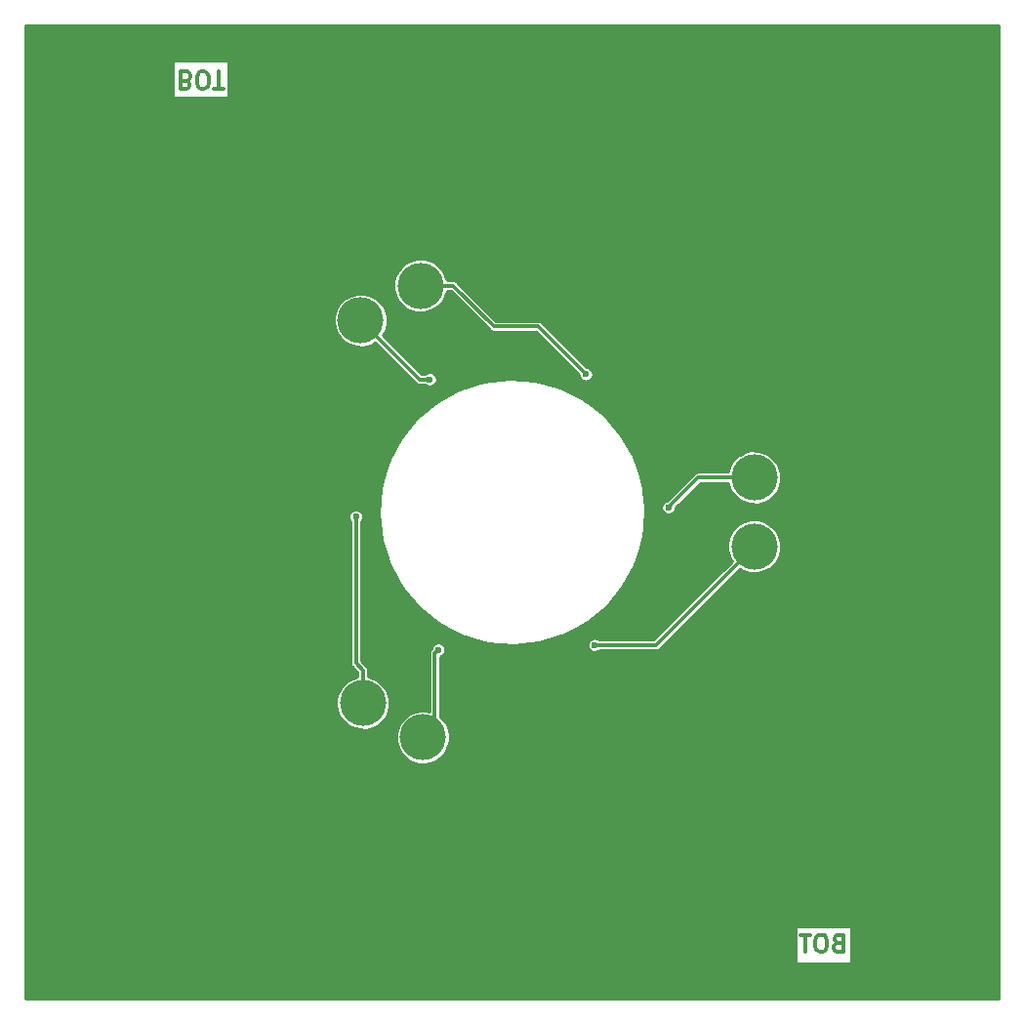
<source format=gbl>
G04 #@! TF.FileFunction,Copper,L2,Bot,Signal*
%FSLAX46Y46*%
G04 Gerber Fmt 4.6, Leading zero omitted, Abs format (unit mm)*
G04 Created by KiCad (PCBNEW 4.0.6+dfsg1-1) date Mon Aug 28 14:10:11 2017*
%MOMM*%
%LPD*%
G01*
G04 APERTURE LIST*
%ADD10C,0.100000*%
%ADD11C,0.300000*%
%ADD12C,4.000000*%
%ADD13C,0.600000*%
%ADD14C,1.600000*%
%ADD15C,0.254000*%
G04 APERTURE END LIST*
D10*
D11*
X71750000Y-62607143D02*
X71964286Y-62535714D01*
X72035714Y-62464286D01*
X72107143Y-62321429D01*
X72107143Y-62107143D01*
X72035714Y-61964286D01*
X71964286Y-61892857D01*
X71821428Y-61821429D01*
X71250000Y-61821429D01*
X71250000Y-63321429D01*
X71750000Y-63321429D01*
X71892857Y-63250000D01*
X71964286Y-63178571D01*
X72035714Y-63035714D01*
X72035714Y-62892857D01*
X71964286Y-62750000D01*
X71892857Y-62678571D01*
X71750000Y-62607143D01*
X71250000Y-62607143D01*
X73035714Y-63321429D02*
X73321428Y-63321429D01*
X73464286Y-63250000D01*
X73607143Y-63107143D01*
X73678571Y-62821429D01*
X73678571Y-62321429D01*
X73607143Y-62035714D01*
X73464286Y-61892857D01*
X73321428Y-61821429D01*
X73035714Y-61821429D01*
X72892857Y-61892857D01*
X72750000Y-62035714D01*
X72678571Y-62321429D01*
X72678571Y-62821429D01*
X72750000Y-63107143D01*
X72892857Y-63250000D01*
X73035714Y-63321429D01*
X74107143Y-63321429D02*
X74964286Y-63321429D01*
X74535715Y-61821429D02*
X74535715Y-63321429D01*
X128250000Y-137392857D02*
X128035714Y-137464286D01*
X127964286Y-137535714D01*
X127892857Y-137678571D01*
X127892857Y-137892857D01*
X127964286Y-138035714D01*
X128035714Y-138107143D01*
X128178572Y-138178571D01*
X128750000Y-138178571D01*
X128750000Y-136678571D01*
X128250000Y-136678571D01*
X128107143Y-136750000D01*
X128035714Y-136821429D01*
X127964286Y-136964286D01*
X127964286Y-137107143D01*
X128035714Y-137250000D01*
X128107143Y-137321429D01*
X128250000Y-137392857D01*
X128750000Y-137392857D01*
X126964286Y-136678571D02*
X126678572Y-136678571D01*
X126535714Y-136750000D01*
X126392857Y-136892857D01*
X126321429Y-137178571D01*
X126321429Y-137678571D01*
X126392857Y-137964286D01*
X126535714Y-138107143D01*
X126678572Y-138178571D01*
X126964286Y-138178571D01*
X127107143Y-138107143D01*
X127250000Y-137964286D01*
X127321429Y-137678571D01*
X127321429Y-137178571D01*
X127250000Y-136892857D01*
X127107143Y-136750000D01*
X126964286Y-136678571D01*
X125892857Y-136678571D02*
X125035714Y-136678571D01*
X125464285Y-138178571D02*
X125464285Y-136678571D01*
D12*
X92258330Y-119562178D03*
X87062178Y-116562178D03*
X86857695Y-83370835D03*
X92053848Y-80370835D03*
X121000000Y-97000000D03*
X121000000Y-103000000D03*
X65000000Y-135000000D03*
X135000000Y-135000000D03*
X65000000Y-65000000D03*
X135000000Y-65000000D03*
D13*
X112250000Y-100000000D03*
X112063895Y-102127190D03*
X111511235Y-104189747D03*
X110608811Y-106125000D03*
X109384044Y-107874148D03*
X107874148Y-109384044D03*
X106125000Y-110608811D03*
X104189747Y-111511235D03*
X102127190Y-112063895D03*
X100000000Y-112250000D03*
X97872810Y-112063895D03*
X95810253Y-111511235D03*
X93875000Y-110608811D03*
X92125852Y-109384044D03*
X90615956Y-107874148D03*
X89391189Y-106125000D03*
X88488765Y-104189747D03*
X87936105Y-102127190D03*
X87750000Y-100000000D03*
X87936105Y-97872810D03*
X88488765Y-95810253D03*
X89391189Y-93875000D03*
X90615956Y-92125852D03*
X92125852Y-90615956D03*
X93875000Y-89391189D03*
X95810253Y-88488765D03*
X97872810Y-87936105D03*
X100000000Y-87750000D03*
X102127190Y-87936105D03*
X104189747Y-88488765D03*
X106125000Y-89391189D03*
X107874148Y-90615956D03*
X109384044Y-92125852D03*
X110608811Y-93875000D03*
X111511235Y-95810253D03*
X112063895Y-97872810D03*
X93600000Y-111950000D03*
X86450000Y-100400000D03*
X92850000Y-88500000D03*
X106400000Y-88050000D03*
X113550000Y-99600000D03*
X107150000Y-111550000D03*
D11*
X111900000Y-100000000D02*
X111900000Y-100650000D01*
X111900000Y-100650000D02*
X112750000Y-101500000D01*
X112750000Y-101500000D02*
X117500000Y-101500000D01*
X117500000Y-101500000D02*
X118750000Y-100250000D01*
X118750000Y-100250000D02*
X123000000Y-100250000D01*
X123000000Y-100250000D02*
X135000000Y-112250000D01*
X135000000Y-112250000D02*
X135000000Y-135000000D01*
D14*
X112250000Y-100000000D02*
X112244818Y-100356288D01*
X112244818Y-100356288D02*
X112229275Y-100712274D01*
X112229275Y-100712274D02*
X112203385Y-101067658D01*
X112203385Y-101067658D02*
X112167170Y-101422138D01*
X112167170Y-101422138D02*
X112120660Y-101775415D01*
X112120660Y-101775415D02*
X112063895Y-102127190D01*
X112063895Y-102127190D02*
X111996923Y-102477165D01*
X111996923Y-102477165D02*
X111919800Y-102825044D01*
X111919800Y-102825044D02*
X111832591Y-103170533D01*
X111832591Y-103170533D02*
X111735372Y-103513340D01*
X111735372Y-103513340D02*
X111628222Y-103853173D01*
X111628222Y-103853173D02*
X111511235Y-104189747D01*
X111511235Y-104189747D02*
X111384507Y-104522775D01*
X111384507Y-104522775D02*
X111248147Y-104851977D01*
X111248147Y-104851977D02*
X111102270Y-105177074D01*
X111102270Y-105177074D02*
X110947000Y-105497790D01*
X110947000Y-105497790D02*
X110782467Y-105813855D01*
X110782467Y-105813855D02*
X110608811Y-106125000D01*
X110608811Y-106125000D02*
X110426179Y-106430963D01*
X110426179Y-106430963D02*
X110234726Y-106731485D01*
X110234726Y-106731485D02*
X110034613Y-107026311D01*
X110034613Y-107026311D02*
X109826009Y-107315193D01*
X109826009Y-107315193D02*
X109609092Y-107597885D01*
X109609092Y-107597885D02*
X109384044Y-107874148D01*
X109384044Y-107874148D02*
X109151057Y-108143749D01*
X109151057Y-108143749D02*
X108910327Y-108406460D01*
X108910327Y-108406460D02*
X108662058Y-108662058D01*
X108662058Y-108662058D02*
X108406460Y-108910327D01*
X108406460Y-108910327D02*
X108143749Y-109151057D01*
X108143749Y-109151057D02*
X107874148Y-109384044D01*
X107874148Y-109384044D02*
X107597885Y-109609092D01*
X107597885Y-109609092D02*
X107315193Y-109826009D01*
X107315193Y-109826009D02*
X107026311Y-110034613D01*
X107026311Y-110034613D02*
X106731485Y-110234726D01*
X106731485Y-110234726D02*
X106430963Y-110426179D01*
X106430963Y-110426179D02*
X106125000Y-110608811D01*
X106125000Y-110608811D02*
X105813855Y-110782467D01*
X105813855Y-110782467D02*
X105497790Y-110947000D01*
X105497790Y-110947000D02*
X105177074Y-111102270D01*
X105177074Y-111102270D02*
X104851977Y-111248147D01*
X104851977Y-111248147D02*
X104522775Y-111384507D01*
X104522775Y-111384507D02*
X104189747Y-111511235D01*
X104189747Y-111511235D02*
X103853173Y-111628222D01*
X103853173Y-111628222D02*
X103513340Y-111735372D01*
X103513340Y-111735372D02*
X103170533Y-111832591D01*
X103170533Y-111832591D02*
X102825044Y-111919800D01*
X102825044Y-111919800D02*
X102477165Y-111996923D01*
X102477165Y-111996923D02*
X102127190Y-112063895D01*
X102127190Y-112063895D02*
X101775415Y-112120660D01*
X101775415Y-112120660D02*
X101422138Y-112167170D01*
X101422138Y-112167170D02*
X101067658Y-112203385D01*
X101067658Y-112203385D02*
X100712274Y-112229275D01*
X100712274Y-112229275D02*
X100356288Y-112244818D01*
X100356288Y-112244818D02*
X100000000Y-112250000D01*
X100000000Y-112250000D02*
X99643712Y-112244818D01*
X99643712Y-112244818D02*
X99287726Y-112229275D01*
X99287726Y-112229275D02*
X98932342Y-112203385D01*
X98932342Y-112203385D02*
X98577862Y-112167170D01*
X98577862Y-112167170D02*
X98224585Y-112120660D01*
X98224585Y-112120660D02*
X97872810Y-112063895D01*
X97872810Y-112063895D02*
X97522835Y-111996923D01*
X97522835Y-111996923D02*
X97174956Y-111919800D01*
X97174956Y-111919800D02*
X96829467Y-111832591D01*
X96829467Y-111832591D02*
X96486660Y-111735372D01*
X96486660Y-111735372D02*
X96146827Y-111628222D01*
X96146827Y-111628222D02*
X95810253Y-111511235D01*
X95810253Y-111511235D02*
X95477225Y-111384507D01*
X95477225Y-111384507D02*
X95148023Y-111248147D01*
X95148023Y-111248147D02*
X94822926Y-111102270D01*
X94822926Y-111102270D02*
X94502210Y-110947000D01*
X94502210Y-110947000D02*
X94186145Y-110782467D01*
X94186145Y-110782467D02*
X93875000Y-110608811D01*
X93875000Y-110608811D02*
X93569037Y-110426179D01*
X93569037Y-110426179D02*
X93268515Y-110234726D01*
X93268515Y-110234726D02*
X92973689Y-110034613D01*
X92973689Y-110034613D02*
X92684807Y-109826009D01*
X92684807Y-109826009D02*
X92402115Y-109609092D01*
X92402115Y-109609092D02*
X92125852Y-109384044D01*
X92125852Y-109384044D02*
X91856251Y-109151057D01*
X91856251Y-109151057D02*
X91593540Y-108910327D01*
X91593540Y-108910327D02*
X91337942Y-108662058D01*
X91337942Y-108662058D02*
X91089673Y-108406460D01*
X91089673Y-108406460D02*
X90848943Y-108143749D01*
X90848943Y-108143749D02*
X90615956Y-107874148D01*
X90615956Y-107874148D02*
X90390908Y-107597885D01*
X90390908Y-107597885D02*
X90173991Y-107315193D01*
X90173991Y-107315193D02*
X89965387Y-107026311D01*
X89965387Y-107026311D02*
X89765274Y-106731485D01*
X89765274Y-106731485D02*
X89573821Y-106430963D01*
X89573821Y-106430963D02*
X89391189Y-106125000D01*
X89391189Y-106125000D02*
X89217533Y-105813855D01*
X89217533Y-105813855D02*
X89053000Y-105497790D01*
X89053000Y-105497790D02*
X88897730Y-105177074D01*
X88897730Y-105177074D02*
X88751853Y-104851977D01*
X88751853Y-104851977D02*
X88615493Y-104522775D01*
X88615493Y-104522775D02*
X88488765Y-104189747D01*
X88488765Y-104189747D02*
X88371778Y-103853173D01*
X88371778Y-103853173D02*
X88264628Y-103513340D01*
X88264628Y-103513340D02*
X88167409Y-103170533D01*
X88167409Y-103170533D02*
X88080200Y-102825044D01*
X88080200Y-102825044D02*
X88003077Y-102477165D01*
X88003077Y-102477165D02*
X87936105Y-102127190D01*
X87936105Y-102127190D02*
X87879340Y-101775415D01*
X87879340Y-101775415D02*
X87832830Y-101422138D01*
X87832830Y-101422138D02*
X87796615Y-101067658D01*
X87796615Y-101067658D02*
X87770725Y-100712274D01*
X87770725Y-100712274D02*
X87755182Y-100356288D01*
X87755182Y-100356288D02*
X87750000Y-100000000D01*
X87750000Y-100000000D02*
X87755182Y-99643712D01*
X87755182Y-99643712D02*
X87770725Y-99287726D01*
X87770725Y-99287726D02*
X87796615Y-98932342D01*
X87796615Y-98932342D02*
X87832830Y-98577862D01*
X87832830Y-98577862D02*
X87879340Y-98224585D01*
X87879340Y-98224585D02*
X87936105Y-97872810D01*
X87936105Y-97872810D02*
X88003077Y-97522835D01*
X88003077Y-97522835D02*
X88080200Y-97174956D01*
X88080200Y-97174956D02*
X88167409Y-96829467D01*
X88167409Y-96829467D02*
X88264628Y-96486660D01*
X88264628Y-96486660D02*
X88371778Y-96146827D01*
X88371778Y-96146827D02*
X88488765Y-95810253D01*
X88488765Y-95810253D02*
X88615493Y-95477225D01*
X88615493Y-95477225D02*
X88751853Y-95148023D01*
X88751853Y-95148023D02*
X88897730Y-94822926D01*
X88897730Y-94822926D02*
X89053000Y-94502210D01*
X89053000Y-94502210D02*
X89217533Y-94186145D01*
X89217533Y-94186145D02*
X89391189Y-93875000D01*
X89391189Y-93875000D02*
X89573821Y-93569037D01*
X89573821Y-93569037D02*
X89765274Y-93268515D01*
X89765274Y-93268515D02*
X89965387Y-92973689D01*
X89965387Y-92973689D02*
X90173991Y-92684807D01*
X90173991Y-92684807D02*
X90390908Y-92402115D01*
X90390908Y-92402115D02*
X90615956Y-92125852D01*
X90615956Y-92125852D02*
X90848943Y-91856251D01*
X90848943Y-91856251D02*
X91089673Y-91593540D01*
X91089673Y-91593540D02*
X91337942Y-91337942D01*
X91337942Y-91337942D02*
X91593540Y-91089673D01*
X91593540Y-91089673D02*
X91856251Y-90848943D01*
X91856251Y-90848943D02*
X92125852Y-90615956D01*
X92125852Y-90615956D02*
X92402115Y-90390908D01*
X92402115Y-90390908D02*
X92684807Y-90173991D01*
X92684807Y-90173991D02*
X92973689Y-89965387D01*
X92973689Y-89965387D02*
X93268515Y-89765274D01*
X93268515Y-89765274D02*
X93569037Y-89573821D01*
X93569037Y-89573821D02*
X93875000Y-89391189D01*
X93875000Y-89391189D02*
X94186145Y-89217533D01*
X94186145Y-89217533D02*
X94502210Y-89053000D01*
X94502210Y-89053000D02*
X94822926Y-88897730D01*
X94822926Y-88897730D02*
X95148023Y-88751853D01*
X95148023Y-88751853D02*
X95477225Y-88615493D01*
X95477225Y-88615493D02*
X95810253Y-88488765D01*
X95810253Y-88488765D02*
X96146827Y-88371778D01*
X96146827Y-88371778D02*
X96486660Y-88264628D01*
X96486660Y-88264628D02*
X96829467Y-88167409D01*
X96829467Y-88167409D02*
X97174956Y-88080200D01*
X97174956Y-88080200D02*
X97522835Y-88003077D01*
X97522835Y-88003077D02*
X97872810Y-87936105D01*
X97872810Y-87936105D02*
X98224585Y-87879340D01*
X98224585Y-87879340D02*
X98577862Y-87832830D01*
X98577862Y-87832830D02*
X98932342Y-87796615D01*
X98932342Y-87796615D02*
X99287726Y-87770725D01*
X99287726Y-87770725D02*
X99643712Y-87755182D01*
X99643712Y-87755182D02*
X100000000Y-87750000D01*
X100000000Y-87750000D02*
X100356288Y-87755182D01*
X100356288Y-87755182D02*
X100712274Y-87770725D01*
X100712274Y-87770725D02*
X101067658Y-87796615D01*
X101067658Y-87796615D02*
X101422138Y-87832830D01*
X101422138Y-87832830D02*
X101775415Y-87879340D01*
X101775415Y-87879340D02*
X102127190Y-87936105D01*
X102127190Y-87936105D02*
X102477165Y-88003077D01*
X102477165Y-88003077D02*
X102825044Y-88080200D01*
X102825044Y-88080200D02*
X103170533Y-88167409D01*
X103170533Y-88167409D02*
X103513340Y-88264628D01*
X103513340Y-88264628D02*
X103853173Y-88371778D01*
X103853173Y-88371778D02*
X104189747Y-88488765D01*
X104189747Y-88488765D02*
X104522775Y-88615493D01*
X104522775Y-88615493D02*
X104851977Y-88751853D01*
X104851977Y-88751853D02*
X105177074Y-88897730D01*
X105177074Y-88897730D02*
X105497790Y-89053000D01*
X105497790Y-89053000D02*
X105813855Y-89217533D01*
X105813855Y-89217533D02*
X106125000Y-89391189D01*
X106125000Y-89391189D02*
X106430963Y-89573821D01*
X106430963Y-89573821D02*
X106731485Y-89765274D01*
X106731485Y-89765274D02*
X107026311Y-89965387D01*
X107026311Y-89965387D02*
X107315193Y-90173991D01*
X107315193Y-90173991D02*
X107597885Y-90390908D01*
X107597885Y-90390908D02*
X107874148Y-90615956D01*
X107874148Y-90615956D02*
X108143749Y-90848943D01*
X108143749Y-90848943D02*
X108406460Y-91089673D01*
X108406460Y-91089673D02*
X108662058Y-91337942D01*
X108662058Y-91337942D02*
X108910327Y-91593540D01*
X108910327Y-91593540D02*
X109151057Y-91856251D01*
X109151057Y-91856251D02*
X109384044Y-92125852D01*
X109384044Y-92125852D02*
X109609092Y-92402115D01*
X109609092Y-92402115D02*
X109826009Y-92684807D01*
X109826009Y-92684807D02*
X110034613Y-92973689D01*
X110034613Y-92973689D02*
X110234726Y-93268515D01*
X110234726Y-93268515D02*
X110426179Y-93569037D01*
X110426179Y-93569037D02*
X110608811Y-93875000D01*
X110608811Y-93875000D02*
X110782467Y-94186145D01*
X110782467Y-94186145D02*
X110947000Y-94502210D01*
X110947000Y-94502210D02*
X111102270Y-94822926D01*
X111102270Y-94822926D02*
X111248147Y-95148023D01*
X111248147Y-95148023D02*
X111384507Y-95477225D01*
X111384507Y-95477225D02*
X111511235Y-95810253D01*
X111511235Y-95810253D02*
X111628222Y-96146827D01*
X111628222Y-96146827D02*
X111735372Y-96486660D01*
X111735372Y-96486660D02*
X111832591Y-96829467D01*
X111832591Y-96829467D02*
X111919800Y-97174956D01*
X111919800Y-97174956D02*
X111996923Y-97522835D01*
X111996923Y-97522835D02*
X112063895Y-97872810D01*
X112063895Y-97872810D02*
X112120660Y-98224585D01*
X112120660Y-98224585D02*
X112167170Y-98577862D01*
X112167170Y-98577862D02*
X112203385Y-98932342D01*
X112203385Y-98932342D02*
X112229275Y-99287726D01*
X112229275Y-99287726D02*
X112244818Y-99643712D01*
X112244818Y-99643712D02*
X112250000Y-100000000D01*
D11*
X92258330Y-119562178D02*
X93300000Y-118520508D01*
X93300000Y-118520508D02*
X93300001Y-112249999D01*
X93300001Y-112249999D02*
X93600000Y-111950000D01*
X86450000Y-113121573D02*
X86450000Y-100400000D01*
X87062178Y-113733751D02*
X86450000Y-113121573D01*
X87062178Y-116562178D02*
X87062178Y-113733751D01*
X92425736Y-88500000D02*
X92850000Y-88500000D01*
X91986860Y-88500000D02*
X92425736Y-88500000D01*
X86857695Y-83370835D02*
X91986860Y-88500000D01*
X98411440Y-83900000D02*
X102250000Y-83900000D01*
X102250000Y-83900000D02*
X106400000Y-88050000D01*
X92053848Y-80370835D02*
X94882275Y-80370835D01*
X94882275Y-80370835D02*
X98411440Y-83900000D01*
X113849999Y-99300001D02*
X113550000Y-99600000D01*
X116150000Y-97000000D02*
X113849999Y-99300001D01*
X121000000Y-97000000D02*
X116150000Y-97000000D01*
X107574264Y-111550000D02*
X107150000Y-111550000D01*
X112450000Y-111550000D02*
X107574264Y-111550000D01*
X121000000Y-103000000D02*
X112450000Y-111550000D01*
D15*
G36*
X142172500Y-142172500D02*
X57827500Y-142172500D01*
X57827500Y-135973000D01*
X124565857Y-135973000D01*
X124565857Y-139177000D01*
X129434143Y-139177000D01*
X129434143Y-135973000D01*
X124565857Y-135973000D01*
X57827500Y-135973000D01*
X57827500Y-119757838D01*
X89928272Y-119757838D01*
X90010651Y-120206690D01*
X90178644Y-120630991D01*
X90425852Y-121014582D01*
X90742858Y-121342852D01*
X91117588Y-121603296D01*
X91535768Y-121785994D01*
X91981471Y-121883989D01*
X92437719Y-121893546D01*
X92887134Y-121814302D01*
X93312598Y-121649275D01*
X93697906Y-121404751D01*
X94028381Y-121090045D01*
X94291434Y-120717142D01*
X94477048Y-120300247D01*
X94578151Y-119855240D01*
X94585429Y-119334004D01*
X94496791Y-118886347D01*
X94322890Y-118464432D01*
X94070351Y-118084330D01*
X93777000Y-117788924D01*
X93777001Y-112553888D01*
X93884068Y-112512359D01*
X93987888Y-112446474D01*
X94076933Y-112361677D01*
X94147811Y-112261200D01*
X94197824Y-112148870D01*
X94225066Y-112028964D01*
X94227027Y-111888519D01*
X94203144Y-111767900D01*
X94156287Y-111654217D01*
X94122073Y-111602720D01*
X106522176Y-111602720D01*
X106544372Y-111723661D01*
X106589637Y-111837987D01*
X106656246Y-111941344D01*
X106741662Y-112029795D01*
X106842632Y-112099971D01*
X106955309Y-112149198D01*
X107075401Y-112175602D01*
X107198336Y-112178177D01*
X107319429Y-112156825D01*
X107434068Y-112112359D01*
X107537888Y-112046474D01*
X107558338Y-112027000D01*
X112450000Y-112027000D01*
X112493914Y-112022694D01*
X112537745Y-112018860D01*
X112540151Y-112018161D01*
X112542650Y-112017916D01*
X112584823Y-112005183D01*
X112627143Y-111992888D01*
X112629373Y-111991732D01*
X112631771Y-111991008D01*
X112670647Y-111970337D01*
X112709792Y-111950046D01*
X112711752Y-111948481D01*
X112713968Y-111947303D01*
X112748098Y-111919467D01*
X112782548Y-111891967D01*
X112786040Y-111888523D01*
X112786111Y-111888465D01*
X112786166Y-111888399D01*
X112787290Y-111887290D01*
X119726046Y-104948534D01*
X119859258Y-105041118D01*
X120277438Y-105223816D01*
X120723141Y-105321811D01*
X121179389Y-105331368D01*
X121628804Y-105252124D01*
X122054268Y-105087097D01*
X122439576Y-104842573D01*
X122770051Y-104527867D01*
X123033104Y-104154964D01*
X123218718Y-103738069D01*
X123319821Y-103293062D01*
X123327099Y-102771826D01*
X123238461Y-102324169D01*
X123064560Y-101902254D01*
X122812021Y-101522152D01*
X122490462Y-101198340D01*
X122112133Y-100943154D01*
X121691442Y-100766312D01*
X121244415Y-100674550D01*
X120788078Y-100671364D01*
X120339813Y-100756875D01*
X119916694Y-100927827D01*
X119534838Y-101177706D01*
X119208790Y-101496996D01*
X118950968Y-101873535D01*
X118771193Y-102292981D01*
X118676313Y-102739357D01*
X118669942Y-103195660D01*
X118752321Y-103644512D01*
X118920314Y-104068813D01*
X119052106Y-104273314D01*
X112252420Y-111073000D01*
X107559990Y-111073000D01*
X107551599Y-111064550D01*
X107449659Y-110995791D01*
X107336306Y-110948142D01*
X107215856Y-110923417D01*
X107092898Y-110922559D01*
X106972115Y-110945600D01*
X106858108Y-110991662D01*
X106755218Y-111058991D01*
X106667366Y-111145022D01*
X106597897Y-111246479D01*
X106549457Y-111359497D01*
X106523892Y-111479771D01*
X106522176Y-111602720D01*
X94122073Y-111602720D01*
X94088241Y-111551800D01*
X94001599Y-111464550D01*
X93899659Y-111395791D01*
X93786306Y-111348142D01*
X93665856Y-111323417D01*
X93542898Y-111322559D01*
X93422115Y-111345600D01*
X93308108Y-111391662D01*
X93205218Y-111458991D01*
X93117366Y-111545022D01*
X93047897Y-111646479D01*
X92999457Y-111759497D01*
X92973892Y-111879771D01*
X92973584Y-111901836D01*
X92962711Y-111912709D01*
X92934706Y-111946803D01*
X92906422Y-111980510D01*
X92905215Y-111982705D01*
X92903621Y-111984646D01*
X92882806Y-112023466D01*
X92861573Y-112062089D01*
X92860813Y-112064484D01*
X92859630Y-112066691D01*
X92846761Y-112108782D01*
X92833425Y-112150825D01*
X92833145Y-112153319D01*
X92832412Y-112155717D01*
X92827962Y-112199520D01*
X92823047Y-112243339D01*
X92823013Y-112248244D01*
X92823004Y-112248334D01*
X92823012Y-112248418D01*
X92823001Y-112249999D01*
X92823000Y-117302467D01*
X92502745Y-117236728D01*
X92046408Y-117233542D01*
X91598143Y-117319053D01*
X91175024Y-117490005D01*
X90793168Y-117739884D01*
X90467120Y-118059174D01*
X90209298Y-118435713D01*
X90029523Y-118855159D01*
X89934643Y-119301535D01*
X89928272Y-119757838D01*
X57827500Y-119757838D01*
X57827500Y-116757838D01*
X84732120Y-116757838D01*
X84814499Y-117206690D01*
X84982492Y-117630991D01*
X85229700Y-118014582D01*
X85546706Y-118342852D01*
X85921436Y-118603296D01*
X86339616Y-118785994D01*
X86785319Y-118883989D01*
X87241567Y-118893546D01*
X87690982Y-118814302D01*
X88116446Y-118649275D01*
X88501754Y-118404751D01*
X88832229Y-118090045D01*
X89095282Y-117717142D01*
X89280896Y-117300247D01*
X89381999Y-116855240D01*
X89389277Y-116334004D01*
X89300639Y-115886347D01*
X89126738Y-115464432D01*
X88874199Y-115084330D01*
X88552640Y-114760518D01*
X88174311Y-114505332D01*
X87753620Y-114328490D01*
X87539178Y-114284471D01*
X87539178Y-113733751D01*
X87534872Y-113689837D01*
X87531038Y-113646006D01*
X87530339Y-113643600D01*
X87530094Y-113641101D01*
X87517361Y-113598928D01*
X87505066Y-113556608D01*
X87503910Y-113554378D01*
X87503186Y-113551980D01*
X87482505Y-113513085D01*
X87462223Y-113473958D01*
X87460659Y-113471999D01*
X87459481Y-113469783D01*
X87431616Y-113435617D01*
X87404144Y-113401203D01*
X87400702Y-113397713D01*
X87400643Y-113397640D01*
X87400576Y-113397584D01*
X87399468Y-113396461D01*
X86927000Y-112923993D01*
X86927000Y-100811582D01*
X86997811Y-100711200D01*
X87047824Y-100598870D01*
X87075066Y-100478964D01*
X87077027Y-100338519D01*
X87053144Y-100217900D01*
X87029959Y-100161647D01*
X88423629Y-100161647D01*
X88675496Y-102407098D01*
X89358711Y-104560862D01*
X90447248Y-106540905D01*
X91899648Y-108271807D01*
X93660587Y-109687639D01*
X95662992Y-110734471D01*
X97830593Y-111372431D01*
X100080826Y-111577218D01*
X102327980Y-111341032D01*
X104486462Y-110672871D01*
X106474056Y-109598182D01*
X108215055Y-108157903D01*
X109643146Y-106406891D01*
X110703932Y-104411842D01*
X111357008Y-102248748D01*
X111577500Y-100000000D01*
X111572986Y-99676737D01*
X111569952Y-99652720D01*
X112922176Y-99652720D01*
X112944372Y-99773661D01*
X112989637Y-99887987D01*
X113056246Y-99991344D01*
X113141662Y-100079795D01*
X113242632Y-100149971D01*
X113355309Y-100199198D01*
X113475401Y-100225602D01*
X113598336Y-100228177D01*
X113719429Y-100206825D01*
X113834068Y-100162359D01*
X113937888Y-100096474D01*
X114026933Y-100011677D01*
X114097811Y-99911200D01*
X114147824Y-99798870D01*
X114175066Y-99678964D01*
X114175483Y-99649097D01*
X116347580Y-97477000D01*
X118721577Y-97477000D01*
X118752321Y-97644512D01*
X118920314Y-98068813D01*
X119167522Y-98452404D01*
X119484528Y-98780674D01*
X119859258Y-99041118D01*
X120277438Y-99223816D01*
X120723141Y-99321811D01*
X121179389Y-99331368D01*
X121628804Y-99252124D01*
X122054268Y-99087097D01*
X122439576Y-98842573D01*
X122770051Y-98527867D01*
X123033104Y-98154964D01*
X123218718Y-97738069D01*
X123319821Y-97293062D01*
X123327099Y-96771826D01*
X123238461Y-96324169D01*
X123064560Y-95902254D01*
X122812021Y-95522152D01*
X122490462Y-95198340D01*
X122112133Y-94943154D01*
X121691442Y-94766312D01*
X121244415Y-94674550D01*
X120788078Y-94671364D01*
X120339813Y-94756875D01*
X119916694Y-94927827D01*
X119534838Y-95177706D01*
X119208790Y-95496996D01*
X118950968Y-95873535D01*
X118771193Y-96292981D01*
X118722301Y-96523000D01*
X116150000Y-96523000D01*
X116106086Y-96527306D01*
X116062255Y-96531140D01*
X116059849Y-96531839D01*
X116057350Y-96532084D01*
X116015177Y-96544817D01*
X115972857Y-96557112D01*
X115970627Y-96558268D01*
X115968229Y-96558992D01*
X115929353Y-96579663D01*
X115890208Y-96599954D01*
X115888248Y-96601519D01*
X115886032Y-96602697D01*
X115851902Y-96630533D01*
X115817452Y-96658033D01*
X115813960Y-96661477D01*
X115813889Y-96661535D01*
X115813834Y-96661601D01*
X115812710Y-96662710D01*
X113502792Y-98972628D01*
X113492898Y-98972559D01*
X113372115Y-98995600D01*
X113258108Y-99041662D01*
X113155218Y-99108991D01*
X113067366Y-99195022D01*
X112997897Y-99296479D01*
X112949457Y-99409497D01*
X112923892Y-99529771D01*
X112922176Y-99652720D01*
X111569952Y-99652720D01*
X111289792Y-97435022D01*
X110576573Y-95291007D01*
X109460495Y-93326355D01*
X107984070Y-91615900D01*
X106203535Y-90224793D01*
X104186708Y-89206021D01*
X102010412Y-88598388D01*
X99757539Y-88425039D01*
X97513902Y-88692577D01*
X95364959Y-89390810D01*
X93392564Y-90493145D01*
X91671843Y-91957593D01*
X90268340Y-93728373D01*
X89235513Y-95738038D01*
X88612701Y-97910040D01*
X88423629Y-100161647D01*
X87029959Y-100161647D01*
X87006287Y-100104217D01*
X86938241Y-100001800D01*
X86851599Y-99914550D01*
X86749659Y-99845791D01*
X86636306Y-99798142D01*
X86515856Y-99773417D01*
X86392898Y-99772559D01*
X86272115Y-99795600D01*
X86158108Y-99841662D01*
X86055218Y-99908991D01*
X85967366Y-99995022D01*
X85897897Y-100096479D01*
X85849457Y-100209497D01*
X85823892Y-100329771D01*
X85822176Y-100452720D01*
X85844372Y-100573661D01*
X85889637Y-100687987D01*
X85956246Y-100791344D01*
X85973000Y-100808693D01*
X85973000Y-113121573D01*
X85977306Y-113165487D01*
X85981140Y-113209318D01*
X85981839Y-113211724D01*
X85982084Y-113214223D01*
X85994817Y-113256396D01*
X86007112Y-113298716D01*
X86008268Y-113300946D01*
X86008992Y-113303344D01*
X86029663Y-113342220D01*
X86049954Y-113381365D01*
X86051519Y-113383325D01*
X86052697Y-113385541D01*
X86080533Y-113419671D01*
X86108033Y-113454121D01*
X86111477Y-113457613D01*
X86111535Y-113457684D01*
X86111601Y-113457739D01*
X86112710Y-113458863D01*
X86585178Y-113931331D01*
X86585178Y-114284108D01*
X86401991Y-114319053D01*
X85978872Y-114490005D01*
X85597016Y-114739884D01*
X85270968Y-115059174D01*
X85013146Y-115435713D01*
X84833371Y-115855159D01*
X84738491Y-116301535D01*
X84732120Y-116757838D01*
X57827500Y-116757838D01*
X57827500Y-83566495D01*
X84527637Y-83566495D01*
X84610016Y-84015347D01*
X84778009Y-84439648D01*
X85025217Y-84823239D01*
X85342223Y-85151509D01*
X85716953Y-85411953D01*
X86135133Y-85594651D01*
X86580836Y-85692646D01*
X87037084Y-85702203D01*
X87486499Y-85622959D01*
X87911963Y-85457932D01*
X88131127Y-85318847D01*
X91649570Y-88837290D01*
X91683664Y-88865295D01*
X91717371Y-88893579D01*
X91719566Y-88894786D01*
X91721507Y-88896380D01*
X91760327Y-88917195D01*
X91798950Y-88938428D01*
X91801345Y-88939188D01*
X91803552Y-88940371D01*
X91845643Y-88953240D01*
X91887686Y-88966576D01*
X91890180Y-88966856D01*
X91892578Y-88967589D01*
X91936377Y-88972038D01*
X91980200Y-88976954D01*
X91985106Y-88976988D01*
X91985196Y-88976997D01*
X91985280Y-88976989D01*
X91986860Y-88977000D01*
X92438963Y-88977000D01*
X92441662Y-88979795D01*
X92542632Y-89049971D01*
X92655309Y-89099198D01*
X92775401Y-89125602D01*
X92898336Y-89128177D01*
X93019429Y-89106825D01*
X93134068Y-89062359D01*
X93237888Y-88996474D01*
X93326933Y-88911677D01*
X93397811Y-88811200D01*
X93447824Y-88698870D01*
X93475066Y-88578964D01*
X93477027Y-88438519D01*
X93453144Y-88317900D01*
X93406287Y-88204217D01*
X93338241Y-88101800D01*
X93251599Y-88014550D01*
X93149659Y-87945791D01*
X93036306Y-87898142D01*
X92915856Y-87873417D01*
X92792898Y-87872559D01*
X92672115Y-87895600D01*
X92558108Y-87941662D01*
X92455218Y-88008991D01*
X92440912Y-88023000D01*
X92184440Y-88023000D01*
X88806600Y-84645160D01*
X88890799Y-84525799D01*
X89076413Y-84108904D01*
X89177516Y-83663897D01*
X89184794Y-83142661D01*
X89096156Y-82695004D01*
X88922255Y-82273089D01*
X88669716Y-81892987D01*
X88348157Y-81569175D01*
X87969828Y-81313989D01*
X87549137Y-81137147D01*
X87102110Y-81045385D01*
X86645773Y-81042199D01*
X86197508Y-81127710D01*
X85774389Y-81298662D01*
X85392533Y-81548541D01*
X85066485Y-81867831D01*
X84808663Y-82244370D01*
X84628888Y-82663816D01*
X84534008Y-83110192D01*
X84527637Y-83566495D01*
X57827500Y-83566495D01*
X57827500Y-80566495D01*
X89723790Y-80566495D01*
X89806169Y-81015347D01*
X89974162Y-81439648D01*
X90221370Y-81823239D01*
X90538376Y-82151509D01*
X90913106Y-82411953D01*
X91331286Y-82594651D01*
X91776989Y-82692646D01*
X92233237Y-82702203D01*
X92682652Y-82622959D01*
X93108116Y-82457932D01*
X93493424Y-82213408D01*
X93823899Y-81898702D01*
X94086952Y-81525799D01*
X94272566Y-81108904D01*
X94331879Y-80847835D01*
X94684695Y-80847835D01*
X98074150Y-84237290D01*
X98108244Y-84265295D01*
X98141951Y-84293579D01*
X98144146Y-84294786D01*
X98146087Y-84296380D01*
X98184907Y-84317195D01*
X98223530Y-84338428D01*
X98225925Y-84339188D01*
X98228132Y-84340371D01*
X98270223Y-84353240D01*
X98312266Y-84366576D01*
X98314760Y-84366856D01*
X98317158Y-84367589D01*
X98360961Y-84372039D01*
X98404780Y-84376954D01*
X98409685Y-84376988D01*
X98409775Y-84376997D01*
X98409859Y-84376989D01*
X98411440Y-84377000D01*
X102052420Y-84377000D01*
X105772258Y-88096838D01*
X105772176Y-88102720D01*
X105794372Y-88223661D01*
X105839637Y-88337987D01*
X105906246Y-88441344D01*
X105991662Y-88529795D01*
X106092632Y-88599971D01*
X106205309Y-88649198D01*
X106325401Y-88675602D01*
X106448336Y-88678177D01*
X106569429Y-88656825D01*
X106684068Y-88612359D01*
X106787888Y-88546474D01*
X106876933Y-88461677D01*
X106947811Y-88361200D01*
X106997824Y-88248870D01*
X107025066Y-88128964D01*
X107027027Y-87988519D01*
X107003144Y-87867900D01*
X106956287Y-87754217D01*
X106888241Y-87651800D01*
X106801599Y-87564550D01*
X106699659Y-87495791D01*
X106586306Y-87448142D01*
X106465856Y-87423417D01*
X106447872Y-87423292D01*
X102587290Y-83562710D01*
X102553196Y-83534705D01*
X102519489Y-83506421D01*
X102517294Y-83505214D01*
X102515353Y-83503620D01*
X102476533Y-83482805D01*
X102437910Y-83461572D01*
X102435515Y-83460812D01*
X102433308Y-83459629D01*
X102391217Y-83446760D01*
X102349174Y-83433424D01*
X102346680Y-83433144D01*
X102344282Y-83432411D01*
X102300479Y-83427961D01*
X102256660Y-83423046D01*
X102251755Y-83423012D01*
X102251665Y-83423003D01*
X102251581Y-83423011D01*
X102250000Y-83423000D01*
X98609020Y-83423000D01*
X95219565Y-80033545D01*
X95185471Y-80005540D01*
X95151764Y-79977256D01*
X95149569Y-79976049D01*
X95147628Y-79974455D01*
X95108808Y-79953640D01*
X95070185Y-79932407D01*
X95067790Y-79931647D01*
X95065583Y-79930464D01*
X95023492Y-79917595D01*
X94981449Y-79904259D01*
X94978955Y-79903979D01*
X94976557Y-79903246D01*
X94932754Y-79898796D01*
X94888935Y-79893881D01*
X94884030Y-79893847D01*
X94883940Y-79893838D01*
X94883856Y-79893846D01*
X94882275Y-79893835D01*
X94331678Y-79893835D01*
X94292309Y-79695004D01*
X94118408Y-79273089D01*
X93865869Y-78892987D01*
X93544310Y-78569175D01*
X93165981Y-78313989D01*
X92745290Y-78137147D01*
X92298263Y-78045385D01*
X91841926Y-78042199D01*
X91393661Y-78127710D01*
X90970542Y-78298662D01*
X90588686Y-78548541D01*
X90262638Y-78867831D01*
X90004816Y-79244370D01*
X89825041Y-79663816D01*
X89730161Y-80110192D01*
X89723790Y-80566495D01*
X57827500Y-80566495D01*
X57827500Y-60823000D01*
X70565857Y-60823000D01*
X70565857Y-64027000D01*
X75434143Y-64027000D01*
X75434143Y-60823000D01*
X70565857Y-60823000D01*
X57827500Y-60823000D01*
X57827500Y-57827500D01*
X142172500Y-57827500D01*
X142172500Y-142172500D01*
X142172500Y-142172500D01*
G37*
X142172500Y-142172500D02*
X57827500Y-142172500D01*
X57827500Y-135973000D01*
X124565857Y-135973000D01*
X124565857Y-139177000D01*
X129434143Y-139177000D01*
X129434143Y-135973000D01*
X124565857Y-135973000D01*
X57827500Y-135973000D01*
X57827500Y-119757838D01*
X89928272Y-119757838D01*
X90010651Y-120206690D01*
X90178644Y-120630991D01*
X90425852Y-121014582D01*
X90742858Y-121342852D01*
X91117588Y-121603296D01*
X91535768Y-121785994D01*
X91981471Y-121883989D01*
X92437719Y-121893546D01*
X92887134Y-121814302D01*
X93312598Y-121649275D01*
X93697906Y-121404751D01*
X94028381Y-121090045D01*
X94291434Y-120717142D01*
X94477048Y-120300247D01*
X94578151Y-119855240D01*
X94585429Y-119334004D01*
X94496791Y-118886347D01*
X94322890Y-118464432D01*
X94070351Y-118084330D01*
X93777000Y-117788924D01*
X93777001Y-112553888D01*
X93884068Y-112512359D01*
X93987888Y-112446474D01*
X94076933Y-112361677D01*
X94147811Y-112261200D01*
X94197824Y-112148870D01*
X94225066Y-112028964D01*
X94227027Y-111888519D01*
X94203144Y-111767900D01*
X94156287Y-111654217D01*
X94122073Y-111602720D01*
X106522176Y-111602720D01*
X106544372Y-111723661D01*
X106589637Y-111837987D01*
X106656246Y-111941344D01*
X106741662Y-112029795D01*
X106842632Y-112099971D01*
X106955309Y-112149198D01*
X107075401Y-112175602D01*
X107198336Y-112178177D01*
X107319429Y-112156825D01*
X107434068Y-112112359D01*
X107537888Y-112046474D01*
X107558338Y-112027000D01*
X112450000Y-112027000D01*
X112493914Y-112022694D01*
X112537745Y-112018860D01*
X112540151Y-112018161D01*
X112542650Y-112017916D01*
X112584823Y-112005183D01*
X112627143Y-111992888D01*
X112629373Y-111991732D01*
X112631771Y-111991008D01*
X112670647Y-111970337D01*
X112709792Y-111950046D01*
X112711752Y-111948481D01*
X112713968Y-111947303D01*
X112748098Y-111919467D01*
X112782548Y-111891967D01*
X112786040Y-111888523D01*
X112786111Y-111888465D01*
X112786166Y-111888399D01*
X112787290Y-111887290D01*
X119726046Y-104948534D01*
X119859258Y-105041118D01*
X120277438Y-105223816D01*
X120723141Y-105321811D01*
X121179389Y-105331368D01*
X121628804Y-105252124D01*
X122054268Y-105087097D01*
X122439576Y-104842573D01*
X122770051Y-104527867D01*
X123033104Y-104154964D01*
X123218718Y-103738069D01*
X123319821Y-103293062D01*
X123327099Y-102771826D01*
X123238461Y-102324169D01*
X123064560Y-101902254D01*
X122812021Y-101522152D01*
X122490462Y-101198340D01*
X122112133Y-100943154D01*
X121691442Y-100766312D01*
X121244415Y-100674550D01*
X120788078Y-100671364D01*
X120339813Y-100756875D01*
X119916694Y-100927827D01*
X119534838Y-101177706D01*
X119208790Y-101496996D01*
X118950968Y-101873535D01*
X118771193Y-102292981D01*
X118676313Y-102739357D01*
X118669942Y-103195660D01*
X118752321Y-103644512D01*
X118920314Y-104068813D01*
X119052106Y-104273314D01*
X112252420Y-111073000D01*
X107559990Y-111073000D01*
X107551599Y-111064550D01*
X107449659Y-110995791D01*
X107336306Y-110948142D01*
X107215856Y-110923417D01*
X107092898Y-110922559D01*
X106972115Y-110945600D01*
X106858108Y-110991662D01*
X106755218Y-111058991D01*
X106667366Y-111145022D01*
X106597897Y-111246479D01*
X106549457Y-111359497D01*
X106523892Y-111479771D01*
X106522176Y-111602720D01*
X94122073Y-111602720D01*
X94088241Y-111551800D01*
X94001599Y-111464550D01*
X93899659Y-111395791D01*
X93786306Y-111348142D01*
X93665856Y-111323417D01*
X93542898Y-111322559D01*
X93422115Y-111345600D01*
X93308108Y-111391662D01*
X93205218Y-111458991D01*
X93117366Y-111545022D01*
X93047897Y-111646479D01*
X92999457Y-111759497D01*
X92973892Y-111879771D01*
X92973584Y-111901836D01*
X92962711Y-111912709D01*
X92934706Y-111946803D01*
X92906422Y-111980510D01*
X92905215Y-111982705D01*
X92903621Y-111984646D01*
X92882806Y-112023466D01*
X92861573Y-112062089D01*
X92860813Y-112064484D01*
X92859630Y-112066691D01*
X92846761Y-112108782D01*
X92833425Y-112150825D01*
X92833145Y-112153319D01*
X92832412Y-112155717D01*
X92827962Y-112199520D01*
X92823047Y-112243339D01*
X92823013Y-112248244D01*
X92823004Y-112248334D01*
X92823012Y-112248418D01*
X92823001Y-112249999D01*
X92823000Y-117302467D01*
X92502745Y-117236728D01*
X92046408Y-117233542D01*
X91598143Y-117319053D01*
X91175024Y-117490005D01*
X90793168Y-117739884D01*
X90467120Y-118059174D01*
X90209298Y-118435713D01*
X90029523Y-118855159D01*
X89934643Y-119301535D01*
X89928272Y-119757838D01*
X57827500Y-119757838D01*
X57827500Y-116757838D01*
X84732120Y-116757838D01*
X84814499Y-117206690D01*
X84982492Y-117630991D01*
X85229700Y-118014582D01*
X85546706Y-118342852D01*
X85921436Y-118603296D01*
X86339616Y-118785994D01*
X86785319Y-118883989D01*
X87241567Y-118893546D01*
X87690982Y-118814302D01*
X88116446Y-118649275D01*
X88501754Y-118404751D01*
X88832229Y-118090045D01*
X89095282Y-117717142D01*
X89280896Y-117300247D01*
X89381999Y-116855240D01*
X89389277Y-116334004D01*
X89300639Y-115886347D01*
X89126738Y-115464432D01*
X88874199Y-115084330D01*
X88552640Y-114760518D01*
X88174311Y-114505332D01*
X87753620Y-114328490D01*
X87539178Y-114284471D01*
X87539178Y-113733751D01*
X87534872Y-113689837D01*
X87531038Y-113646006D01*
X87530339Y-113643600D01*
X87530094Y-113641101D01*
X87517361Y-113598928D01*
X87505066Y-113556608D01*
X87503910Y-113554378D01*
X87503186Y-113551980D01*
X87482505Y-113513085D01*
X87462223Y-113473958D01*
X87460659Y-113471999D01*
X87459481Y-113469783D01*
X87431616Y-113435617D01*
X87404144Y-113401203D01*
X87400702Y-113397713D01*
X87400643Y-113397640D01*
X87400576Y-113397584D01*
X87399468Y-113396461D01*
X86927000Y-112923993D01*
X86927000Y-100811582D01*
X86997811Y-100711200D01*
X87047824Y-100598870D01*
X87075066Y-100478964D01*
X87077027Y-100338519D01*
X87053144Y-100217900D01*
X87029959Y-100161647D01*
X88423629Y-100161647D01*
X88675496Y-102407098D01*
X89358711Y-104560862D01*
X90447248Y-106540905D01*
X91899648Y-108271807D01*
X93660587Y-109687639D01*
X95662992Y-110734471D01*
X97830593Y-111372431D01*
X100080826Y-111577218D01*
X102327980Y-111341032D01*
X104486462Y-110672871D01*
X106474056Y-109598182D01*
X108215055Y-108157903D01*
X109643146Y-106406891D01*
X110703932Y-104411842D01*
X111357008Y-102248748D01*
X111577500Y-100000000D01*
X111572986Y-99676737D01*
X111569952Y-99652720D01*
X112922176Y-99652720D01*
X112944372Y-99773661D01*
X112989637Y-99887987D01*
X113056246Y-99991344D01*
X113141662Y-100079795D01*
X113242632Y-100149971D01*
X113355309Y-100199198D01*
X113475401Y-100225602D01*
X113598336Y-100228177D01*
X113719429Y-100206825D01*
X113834068Y-100162359D01*
X113937888Y-100096474D01*
X114026933Y-100011677D01*
X114097811Y-99911200D01*
X114147824Y-99798870D01*
X114175066Y-99678964D01*
X114175483Y-99649097D01*
X116347580Y-97477000D01*
X118721577Y-97477000D01*
X118752321Y-97644512D01*
X118920314Y-98068813D01*
X119167522Y-98452404D01*
X119484528Y-98780674D01*
X119859258Y-99041118D01*
X120277438Y-99223816D01*
X120723141Y-99321811D01*
X121179389Y-99331368D01*
X121628804Y-99252124D01*
X122054268Y-99087097D01*
X122439576Y-98842573D01*
X122770051Y-98527867D01*
X123033104Y-98154964D01*
X123218718Y-97738069D01*
X123319821Y-97293062D01*
X123327099Y-96771826D01*
X123238461Y-96324169D01*
X123064560Y-95902254D01*
X122812021Y-95522152D01*
X122490462Y-95198340D01*
X122112133Y-94943154D01*
X121691442Y-94766312D01*
X121244415Y-94674550D01*
X120788078Y-94671364D01*
X120339813Y-94756875D01*
X119916694Y-94927827D01*
X119534838Y-95177706D01*
X119208790Y-95496996D01*
X118950968Y-95873535D01*
X118771193Y-96292981D01*
X118722301Y-96523000D01*
X116150000Y-96523000D01*
X116106086Y-96527306D01*
X116062255Y-96531140D01*
X116059849Y-96531839D01*
X116057350Y-96532084D01*
X116015177Y-96544817D01*
X115972857Y-96557112D01*
X115970627Y-96558268D01*
X115968229Y-96558992D01*
X115929353Y-96579663D01*
X115890208Y-96599954D01*
X115888248Y-96601519D01*
X115886032Y-96602697D01*
X115851902Y-96630533D01*
X115817452Y-96658033D01*
X115813960Y-96661477D01*
X115813889Y-96661535D01*
X115813834Y-96661601D01*
X115812710Y-96662710D01*
X113502792Y-98972628D01*
X113492898Y-98972559D01*
X113372115Y-98995600D01*
X113258108Y-99041662D01*
X113155218Y-99108991D01*
X113067366Y-99195022D01*
X112997897Y-99296479D01*
X112949457Y-99409497D01*
X112923892Y-99529771D01*
X112922176Y-99652720D01*
X111569952Y-99652720D01*
X111289792Y-97435022D01*
X110576573Y-95291007D01*
X109460495Y-93326355D01*
X107984070Y-91615900D01*
X106203535Y-90224793D01*
X104186708Y-89206021D01*
X102010412Y-88598388D01*
X99757539Y-88425039D01*
X97513902Y-88692577D01*
X95364959Y-89390810D01*
X93392564Y-90493145D01*
X91671843Y-91957593D01*
X90268340Y-93728373D01*
X89235513Y-95738038D01*
X88612701Y-97910040D01*
X88423629Y-100161647D01*
X87029959Y-100161647D01*
X87006287Y-100104217D01*
X86938241Y-100001800D01*
X86851599Y-99914550D01*
X86749659Y-99845791D01*
X86636306Y-99798142D01*
X86515856Y-99773417D01*
X86392898Y-99772559D01*
X86272115Y-99795600D01*
X86158108Y-99841662D01*
X86055218Y-99908991D01*
X85967366Y-99995022D01*
X85897897Y-100096479D01*
X85849457Y-100209497D01*
X85823892Y-100329771D01*
X85822176Y-100452720D01*
X85844372Y-100573661D01*
X85889637Y-100687987D01*
X85956246Y-100791344D01*
X85973000Y-100808693D01*
X85973000Y-113121573D01*
X85977306Y-113165487D01*
X85981140Y-113209318D01*
X85981839Y-113211724D01*
X85982084Y-113214223D01*
X85994817Y-113256396D01*
X86007112Y-113298716D01*
X86008268Y-113300946D01*
X86008992Y-113303344D01*
X86029663Y-113342220D01*
X86049954Y-113381365D01*
X86051519Y-113383325D01*
X86052697Y-113385541D01*
X86080533Y-113419671D01*
X86108033Y-113454121D01*
X86111477Y-113457613D01*
X86111535Y-113457684D01*
X86111601Y-113457739D01*
X86112710Y-113458863D01*
X86585178Y-113931331D01*
X86585178Y-114284108D01*
X86401991Y-114319053D01*
X85978872Y-114490005D01*
X85597016Y-114739884D01*
X85270968Y-115059174D01*
X85013146Y-115435713D01*
X84833371Y-115855159D01*
X84738491Y-116301535D01*
X84732120Y-116757838D01*
X57827500Y-116757838D01*
X57827500Y-83566495D01*
X84527637Y-83566495D01*
X84610016Y-84015347D01*
X84778009Y-84439648D01*
X85025217Y-84823239D01*
X85342223Y-85151509D01*
X85716953Y-85411953D01*
X86135133Y-85594651D01*
X86580836Y-85692646D01*
X87037084Y-85702203D01*
X87486499Y-85622959D01*
X87911963Y-85457932D01*
X88131127Y-85318847D01*
X91649570Y-88837290D01*
X91683664Y-88865295D01*
X91717371Y-88893579D01*
X91719566Y-88894786D01*
X91721507Y-88896380D01*
X91760327Y-88917195D01*
X91798950Y-88938428D01*
X91801345Y-88939188D01*
X91803552Y-88940371D01*
X91845643Y-88953240D01*
X91887686Y-88966576D01*
X91890180Y-88966856D01*
X91892578Y-88967589D01*
X91936377Y-88972038D01*
X91980200Y-88976954D01*
X91985106Y-88976988D01*
X91985196Y-88976997D01*
X91985280Y-88976989D01*
X91986860Y-88977000D01*
X92438963Y-88977000D01*
X92441662Y-88979795D01*
X92542632Y-89049971D01*
X92655309Y-89099198D01*
X92775401Y-89125602D01*
X92898336Y-89128177D01*
X93019429Y-89106825D01*
X93134068Y-89062359D01*
X93237888Y-88996474D01*
X93326933Y-88911677D01*
X93397811Y-88811200D01*
X93447824Y-88698870D01*
X93475066Y-88578964D01*
X93477027Y-88438519D01*
X93453144Y-88317900D01*
X93406287Y-88204217D01*
X93338241Y-88101800D01*
X93251599Y-88014550D01*
X93149659Y-87945791D01*
X93036306Y-87898142D01*
X92915856Y-87873417D01*
X92792898Y-87872559D01*
X92672115Y-87895600D01*
X92558108Y-87941662D01*
X92455218Y-88008991D01*
X92440912Y-88023000D01*
X92184440Y-88023000D01*
X88806600Y-84645160D01*
X88890799Y-84525799D01*
X89076413Y-84108904D01*
X89177516Y-83663897D01*
X89184794Y-83142661D01*
X89096156Y-82695004D01*
X88922255Y-82273089D01*
X88669716Y-81892987D01*
X88348157Y-81569175D01*
X87969828Y-81313989D01*
X87549137Y-81137147D01*
X87102110Y-81045385D01*
X86645773Y-81042199D01*
X86197508Y-81127710D01*
X85774389Y-81298662D01*
X85392533Y-81548541D01*
X85066485Y-81867831D01*
X84808663Y-82244370D01*
X84628888Y-82663816D01*
X84534008Y-83110192D01*
X84527637Y-83566495D01*
X57827500Y-83566495D01*
X57827500Y-80566495D01*
X89723790Y-80566495D01*
X89806169Y-81015347D01*
X89974162Y-81439648D01*
X90221370Y-81823239D01*
X90538376Y-82151509D01*
X90913106Y-82411953D01*
X91331286Y-82594651D01*
X91776989Y-82692646D01*
X92233237Y-82702203D01*
X92682652Y-82622959D01*
X93108116Y-82457932D01*
X93493424Y-82213408D01*
X93823899Y-81898702D01*
X94086952Y-81525799D01*
X94272566Y-81108904D01*
X94331879Y-80847835D01*
X94684695Y-80847835D01*
X98074150Y-84237290D01*
X98108244Y-84265295D01*
X98141951Y-84293579D01*
X98144146Y-84294786D01*
X98146087Y-84296380D01*
X98184907Y-84317195D01*
X98223530Y-84338428D01*
X98225925Y-84339188D01*
X98228132Y-84340371D01*
X98270223Y-84353240D01*
X98312266Y-84366576D01*
X98314760Y-84366856D01*
X98317158Y-84367589D01*
X98360961Y-84372039D01*
X98404780Y-84376954D01*
X98409685Y-84376988D01*
X98409775Y-84376997D01*
X98409859Y-84376989D01*
X98411440Y-84377000D01*
X102052420Y-84377000D01*
X105772258Y-88096838D01*
X105772176Y-88102720D01*
X105794372Y-88223661D01*
X105839637Y-88337987D01*
X105906246Y-88441344D01*
X105991662Y-88529795D01*
X106092632Y-88599971D01*
X106205309Y-88649198D01*
X106325401Y-88675602D01*
X106448336Y-88678177D01*
X106569429Y-88656825D01*
X106684068Y-88612359D01*
X106787888Y-88546474D01*
X106876933Y-88461677D01*
X106947811Y-88361200D01*
X106997824Y-88248870D01*
X107025066Y-88128964D01*
X107027027Y-87988519D01*
X107003144Y-87867900D01*
X106956287Y-87754217D01*
X106888241Y-87651800D01*
X106801599Y-87564550D01*
X106699659Y-87495791D01*
X106586306Y-87448142D01*
X106465856Y-87423417D01*
X106447872Y-87423292D01*
X102587290Y-83562710D01*
X102553196Y-83534705D01*
X102519489Y-83506421D01*
X102517294Y-83505214D01*
X102515353Y-83503620D01*
X102476533Y-83482805D01*
X102437910Y-83461572D01*
X102435515Y-83460812D01*
X102433308Y-83459629D01*
X102391217Y-83446760D01*
X102349174Y-83433424D01*
X102346680Y-83433144D01*
X102344282Y-83432411D01*
X102300479Y-83427961D01*
X102256660Y-83423046D01*
X102251755Y-83423012D01*
X102251665Y-83423003D01*
X102251581Y-83423011D01*
X102250000Y-83423000D01*
X98609020Y-83423000D01*
X95219565Y-80033545D01*
X95185471Y-80005540D01*
X95151764Y-79977256D01*
X95149569Y-79976049D01*
X95147628Y-79974455D01*
X95108808Y-79953640D01*
X95070185Y-79932407D01*
X95067790Y-79931647D01*
X95065583Y-79930464D01*
X95023492Y-79917595D01*
X94981449Y-79904259D01*
X94978955Y-79903979D01*
X94976557Y-79903246D01*
X94932754Y-79898796D01*
X94888935Y-79893881D01*
X94884030Y-79893847D01*
X94883940Y-79893838D01*
X94883856Y-79893846D01*
X94882275Y-79893835D01*
X94331678Y-79893835D01*
X94292309Y-79695004D01*
X94118408Y-79273089D01*
X93865869Y-78892987D01*
X93544310Y-78569175D01*
X93165981Y-78313989D01*
X92745290Y-78137147D01*
X92298263Y-78045385D01*
X91841926Y-78042199D01*
X91393661Y-78127710D01*
X90970542Y-78298662D01*
X90588686Y-78548541D01*
X90262638Y-78867831D01*
X90004816Y-79244370D01*
X89825041Y-79663816D01*
X89730161Y-80110192D01*
X89723790Y-80566495D01*
X57827500Y-80566495D01*
X57827500Y-60823000D01*
X70565857Y-60823000D01*
X70565857Y-64027000D01*
X75434143Y-64027000D01*
X75434143Y-60823000D01*
X70565857Y-60823000D01*
X57827500Y-60823000D01*
X57827500Y-57827500D01*
X142172500Y-57827500D01*
X142172500Y-142172500D01*
M02*

</source>
